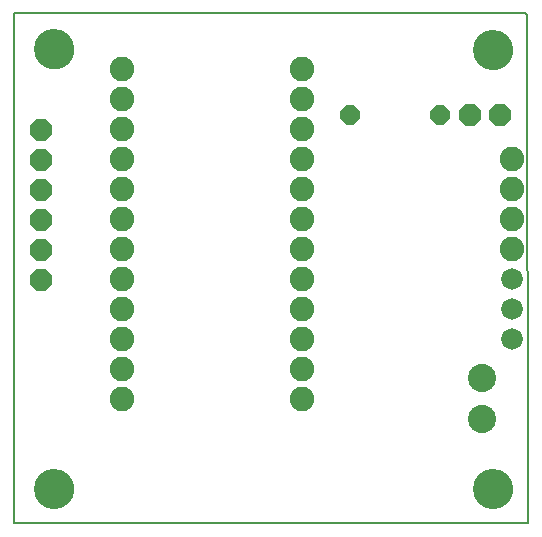
<source format=gbs>
G75*
%MOIN*%
%OFA0B0*%
%FSLAX25Y25*%
%IPPOS*%
%LPD*%
%AMOC8*
5,1,8,0,0,1.08239X$1,22.5*
%
%ADD10C,0.00000*%
%ADD11C,0.13398*%
%ADD12C,0.00600*%
%ADD13C,0.08200*%
%ADD14OC8,0.07400*%
%ADD15OC8,0.06400*%
%ADD16C,0.09400*%
%ADD17OC8,0.07200*%
%ADD18C,0.07200*%
D10*
X0012501Y0016300D02*
X0012503Y0016458D01*
X0012509Y0016616D01*
X0012519Y0016774D01*
X0012533Y0016932D01*
X0012551Y0017089D01*
X0012572Y0017246D01*
X0012598Y0017402D01*
X0012628Y0017558D01*
X0012661Y0017713D01*
X0012699Y0017866D01*
X0012740Y0018019D01*
X0012785Y0018171D01*
X0012834Y0018322D01*
X0012887Y0018471D01*
X0012943Y0018619D01*
X0013003Y0018765D01*
X0013067Y0018910D01*
X0013135Y0019053D01*
X0013206Y0019195D01*
X0013280Y0019335D01*
X0013358Y0019472D01*
X0013440Y0019608D01*
X0013524Y0019742D01*
X0013613Y0019873D01*
X0013704Y0020002D01*
X0013799Y0020129D01*
X0013896Y0020254D01*
X0013997Y0020376D01*
X0014101Y0020495D01*
X0014208Y0020612D01*
X0014318Y0020726D01*
X0014431Y0020837D01*
X0014546Y0020946D01*
X0014664Y0021051D01*
X0014785Y0021153D01*
X0014908Y0021253D01*
X0015034Y0021349D01*
X0015162Y0021442D01*
X0015292Y0021532D01*
X0015425Y0021618D01*
X0015560Y0021702D01*
X0015696Y0021781D01*
X0015835Y0021858D01*
X0015976Y0021930D01*
X0016118Y0022000D01*
X0016262Y0022065D01*
X0016408Y0022127D01*
X0016555Y0022185D01*
X0016704Y0022240D01*
X0016854Y0022291D01*
X0017005Y0022338D01*
X0017157Y0022381D01*
X0017310Y0022420D01*
X0017465Y0022456D01*
X0017620Y0022487D01*
X0017776Y0022515D01*
X0017932Y0022539D01*
X0018089Y0022559D01*
X0018247Y0022575D01*
X0018404Y0022587D01*
X0018563Y0022595D01*
X0018721Y0022599D01*
X0018879Y0022599D01*
X0019037Y0022595D01*
X0019196Y0022587D01*
X0019353Y0022575D01*
X0019511Y0022559D01*
X0019668Y0022539D01*
X0019824Y0022515D01*
X0019980Y0022487D01*
X0020135Y0022456D01*
X0020290Y0022420D01*
X0020443Y0022381D01*
X0020595Y0022338D01*
X0020746Y0022291D01*
X0020896Y0022240D01*
X0021045Y0022185D01*
X0021192Y0022127D01*
X0021338Y0022065D01*
X0021482Y0022000D01*
X0021624Y0021930D01*
X0021765Y0021858D01*
X0021904Y0021781D01*
X0022040Y0021702D01*
X0022175Y0021618D01*
X0022308Y0021532D01*
X0022438Y0021442D01*
X0022566Y0021349D01*
X0022692Y0021253D01*
X0022815Y0021153D01*
X0022936Y0021051D01*
X0023054Y0020946D01*
X0023169Y0020837D01*
X0023282Y0020726D01*
X0023392Y0020612D01*
X0023499Y0020495D01*
X0023603Y0020376D01*
X0023704Y0020254D01*
X0023801Y0020129D01*
X0023896Y0020002D01*
X0023987Y0019873D01*
X0024076Y0019742D01*
X0024160Y0019608D01*
X0024242Y0019472D01*
X0024320Y0019335D01*
X0024394Y0019195D01*
X0024465Y0019053D01*
X0024533Y0018910D01*
X0024597Y0018765D01*
X0024657Y0018619D01*
X0024713Y0018471D01*
X0024766Y0018322D01*
X0024815Y0018171D01*
X0024860Y0018019D01*
X0024901Y0017866D01*
X0024939Y0017713D01*
X0024972Y0017558D01*
X0025002Y0017402D01*
X0025028Y0017246D01*
X0025049Y0017089D01*
X0025067Y0016932D01*
X0025081Y0016774D01*
X0025091Y0016616D01*
X0025097Y0016458D01*
X0025099Y0016300D01*
X0025097Y0016142D01*
X0025091Y0015984D01*
X0025081Y0015826D01*
X0025067Y0015668D01*
X0025049Y0015511D01*
X0025028Y0015354D01*
X0025002Y0015198D01*
X0024972Y0015042D01*
X0024939Y0014887D01*
X0024901Y0014734D01*
X0024860Y0014581D01*
X0024815Y0014429D01*
X0024766Y0014278D01*
X0024713Y0014129D01*
X0024657Y0013981D01*
X0024597Y0013835D01*
X0024533Y0013690D01*
X0024465Y0013547D01*
X0024394Y0013405D01*
X0024320Y0013265D01*
X0024242Y0013128D01*
X0024160Y0012992D01*
X0024076Y0012858D01*
X0023987Y0012727D01*
X0023896Y0012598D01*
X0023801Y0012471D01*
X0023704Y0012346D01*
X0023603Y0012224D01*
X0023499Y0012105D01*
X0023392Y0011988D01*
X0023282Y0011874D01*
X0023169Y0011763D01*
X0023054Y0011654D01*
X0022936Y0011549D01*
X0022815Y0011447D01*
X0022692Y0011347D01*
X0022566Y0011251D01*
X0022438Y0011158D01*
X0022308Y0011068D01*
X0022175Y0010982D01*
X0022040Y0010898D01*
X0021904Y0010819D01*
X0021765Y0010742D01*
X0021624Y0010670D01*
X0021482Y0010600D01*
X0021338Y0010535D01*
X0021192Y0010473D01*
X0021045Y0010415D01*
X0020896Y0010360D01*
X0020746Y0010309D01*
X0020595Y0010262D01*
X0020443Y0010219D01*
X0020290Y0010180D01*
X0020135Y0010144D01*
X0019980Y0010113D01*
X0019824Y0010085D01*
X0019668Y0010061D01*
X0019511Y0010041D01*
X0019353Y0010025D01*
X0019196Y0010013D01*
X0019037Y0010005D01*
X0018879Y0010001D01*
X0018721Y0010001D01*
X0018563Y0010005D01*
X0018404Y0010013D01*
X0018247Y0010025D01*
X0018089Y0010041D01*
X0017932Y0010061D01*
X0017776Y0010085D01*
X0017620Y0010113D01*
X0017465Y0010144D01*
X0017310Y0010180D01*
X0017157Y0010219D01*
X0017005Y0010262D01*
X0016854Y0010309D01*
X0016704Y0010360D01*
X0016555Y0010415D01*
X0016408Y0010473D01*
X0016262Y0010535D01*
X0016118Y0010600D01*
X0015976Y0010670D01*
X0015835Y0010742D01*
X0015696Y0010819D01*
X0015560Y0010898D01*
X0015425Y0010982D01*
X0015292Y0011068D01*
X0015162Y0011158D01*
X0015034Y0011251D01*
X0014908Y0011347D01*
X0014785Y0011447D01*
X0014664Y0011549D01*
X0014546Y0011654D01*
X0014431Y0011763D01*
X0014318Y0011874D01*
X0014208Y0011988D01*
X0014101Y0012105D01*
X0013997Y0012224D01*
X0013896Y0012346D01*
X0013799Y0012471D01*
X0013704Y0012598D01*
X0013613Y0012727D01*
X0013524Y0012858D01*
X0013440Y0012992D01*
X0013358Y0013128D01*
X0013280Y0013265D01*
X0013206Y0013405D01*
X0013135Y0013547D01*
X0013067Y0013690D01*
X0013003Y0013835D01*
X0012943Y0013981D01*
X0012887Y0014129D01*
X0012834Y0014278D01*
X0012785Y0014429D01*
X0012740Y0014581D01*
X0012699Y0014734D01*
X0012661Y0014887D01*
X0012628Y0015042D01*
X0012598Y0015198D01*
X0012572Y0015354D01*
X0012551Y0015511D01*
X0012533Y0015668D01*
X0012519Y0015826D01*
X0012509Y0015984D01*
X0012503Y0016142D01*
X0012501Y0016300D01*
X0012501Y0162800D02*
X0012503Y0162958D01*
X0012509Y0163116D01*
X0012519Y0163274D01*
X0012533Y0163432D01*
X0012551Y0163589D01*
X0012572Y0163746D01*
X0012598Y0163902D01*
X0012628Y0164058D01*
X0012661Y0164213D01*
X0012699Y0164366D01*
X0012740Y0164519D01*
X0012785Y0164671D01*
X0012834Y0164822D01*
X0012887Y0164971D01*
X0012943Y0165119D01*
X0013003Y0165265D01*
X0013067Y0165410D01*
X0013135Y0165553D01*
X0013206Y0165695D01*
X0013280Y0165835D01*
X0013358Y0165972D01*
X0013440Y0166108D01*
X0013524Y0166242D01*
X0013613Y0166373D01*
X0013704Y0166502D01*
X0013799Y0166629D01*
X0013896Y0166754D01*
X0013997Y0166876D01*
X0014101Y0166995D01*
X0014208Y0167112D01*
X0014318Y0167226D01*
X0014431Y0167337D01*
X0014546Y0167446D01*
X0014664Y0167551D01*
X0014785Y0167653D01*
X0014908Y0167753D01*
X0015034Y0167849D01*
X0015162Y0167942D01*
X0015292Y0168032D01*
X0015425Y0168118D01*
X0015560Y0168202D01*
X0015696Y0168281D01*
X0015835Y0168358D01*
X0015976Y0168430D01*
X0016118Y0168500D01*
X0016262Y0168565D01*
X0016408Y0168627D01*
X0016555Y0168685D01*
X0016704Y0168740D01*
X0016854Y0168791D01*
X0017005Y0168838D01*
X0017157Y0168881D01*
X0017310Y0168920D01*
X0017465Y0168956D01*
X0017620Y0168987D01*
X0017776Y0169015D01*
X0017932Y0169039D01*
X0018089Y0169059D01*
X0018247Y0169075D01*
X0018404Y0169087D01*
X0018563Y0169095D01*
X0018721Y0169099D01*
X0018879Y0169099D01*
X0019037Y0169095D01*
X0019196Y0169087D01*
X0019353Y0169075D01*
X0019511Y0169059D01*
X0019668Y0169039D01*
X0019824Y0169015D01*
X0019980Y0168987D01*
X0020135Y0168956D01*
X0020290Y0168920D01*
X0020443Y0168881D01*
X0020595Y0168838D01*
X0020746Y0168791D01*
X0020896Y0168740D01*
X0021045Y0168685D01*
X0021192Y0168627D01*
X0021338Y0168565D01*
X0021482Y0168500D01*
X0021624Y0168430D01*
X0021765Y0168358D01*
X0021904Y0168281D01*
X0022040Y0168202D01*
X0022175Y0168118D01*
X0022308Y0168032D01*
X0022438Y0167942D01*
X0022566Y0167849D01*
X0022692Y0167753D01*
X0022815Y0167653D01*
X0022936Y0167551D01*
X0023054Y0167446D01*
X0023169Y0167337D01*
X0023282Y0167226D01*
X0023392Y0167112D01*
X0023499Y0166995D01*
X0023603Y0166876D01*
X0023704Y0166754D01*
X0023801Y0166629D01*
X0023896Y0166502D01*
X0023987Y0166373D01*
X0024076Y0166242D01*
X0024160Y0166108D01*
X0024242Y0165972D01*
X0024320Y0165835D01*
X0024394Y0165695D01*
X0024465Y0165553D01*
X0024533Y0165410D01*
X0024597Y0165265D01*
X0024657Y0165119D01*
X0024713Y0164971D01*
X0024766Y0164822D01*
X0024815Y0164671D01*
X0024860Y0164519D01*
X0024901Y0164366D01*
X0024939Y0164213D01*
X0024972Y0164058D01*
X0025002Y0163902D01*
X0025028Y0163746D01*
X0025049Y0163589D01*
X0025067Y0163432D01*
X0025081Y0163274D01*
X0025091Y0163116D01*
X0025097Y0162958D01*
X0025099Y0162800D01*
X0025097Y0162642D01*
X0025091Y0162484D01*
X0025081Y0162326D01*
X0025067Y0162168D01*
X0025049Y0162011D01*
X0025028Y0161854D01*
X0025002Y0161698D01*
X0024972Y0161542D01*
X0024939Y0161387D01*
X0024901Y0161234D01*
X0024860Y0161081D01*
X0024815Y0160929D01*
X0024766Y0160778D01*
X0024713Y0160629D01*
X0024657Y0160481D01*
X0024597Y0160335D01*
X0024533Y0160190D01*
X0024465Y0160047D01*
X0024394Y0159905D01*
X0024320Y0159765D01*
X0024242Y0159628D01*
X0024160Y0159492D01*
X0024076Y0159358D01*
X0023987Y0159227D01*
X0023896Y0159098D01*
X0023801Y0158971D01*
X0023704Y0158846D01*
X0023603Y0158724D01*
X0023499Y0158605D01*
X0023392Y0158488D01*
X0023282Y0158374D01*
X0023169Y0158263D01*
X0023054Y0158154D01*
X0022936Y0158049D01*
X0022815Y0157947D01*
X0022692Y0157847D01*
X0022566Y0157751D01*
X0022438Y0157658D01*
X0022308Y0157568D01*
X0022175Y0157482D01*
X0022040Y0157398D01*
X0021904Y0157319D01*
X0021765Y0157242D01*
X0021624Y0157170D01*
X0021482Y0157100D01*
X0021338Y0157035D01*
X0021192Y0156973D01*
X0021045Y0156915D01*
X0020896Y0156860D01*
X0020746Y0156809D01*
X0020595Y0156762D01*
X0020443Y0156719D01*
X0020290Y0156680D01*
X0020135Y0156644D01*
X0019980Y0156613D01*
X0019824Y0156585D01*
X0019668Y0156561D01*
X0019511Y0156541D01*
X0019353Y0156525D01*
X0019196Y0156513D01*
X0019037Y0156505D01*
X0018879Y0156501D01*
X0018721Y0156501D01*
X0018563Y0156505D01*
X0018404Y0156513D01*
X0018247Y0156525D01*
X0018089Y0156541D01*
X0017932Y0156561D01*
X0017776Y0156585D01*
X0017620Y0156613D01*
X0017465Y0156644D01*
X0017310Y0156680D01*
X0017157Y0156719D01*
X0017005Y0156762D01*
X0016854Y0156809D01*
X0016704Y0156860D01*
X0016555Y0156915D01*
X0016408Y0156973D01*
X0016262Y0157035D01*
X0016118Y0157100D01*
X0015976Y0157170D01*
X0015835Y0157242D01*
X0015696Y0157319D01*
X0015560Y0157398D01*
X0015425Y0157482D01*
X0015292Y0157568D01*
X0015162Y0157658D01*
X0015034Y0157751D01*
X0014908Y0157847D01*
X0014785Y0157947D01*
X0014664Y0158049D01*
X0014546Y0158154D01*
X0014431Y0158263D01*
X0014318Y0158374D01*
X0014208Y0158488D01*
X0014101Y0158605D01*
X0013997Y0158724D01*
X0013896Y0158846D01*
X0013799Y0158971D01*
X0013704Y0159098D01*
X0013613Y0159227D01*
X0013524Y0159358D01*
X0013440Y0159492D01*
X0013358Y0159628D01*
X0013280Y0159765D01*
X0013206Y0159905D01*
X0013135Y0160047D01*
X0013067Y0160190D01*
X0013003Y0160335D01*
X0012943Y0160481D01*
X0012887Y0160629D01*
X0012834Y0160778D01*
X0012785Y0160929D01*
X0012740Y0161081D01*
X0012699Y0161234D01*
X0012661Y0161387D01*
X0012628Y0161542D01*
X0012598Y0161698D01*
X0012572Y0161854D01*
X0012551Y0162011D01*
X0012533Y0162168D01*
X0012519Y0162326D01*
X0012509Y0162484D01*
X0012503Y0162642D01*
X0012501Y0162800D01*
X0158751Y0162550D02*
X0158753Y0162708D01*
X0158759Y0162866D01*
X0158769Y0163024D01*
X0158783Y0163182D01*
X0158801Y0163339D01*
X0158822Y0163496D01*
X0158848Y0163652D01*
X0158878Y0163808D01*
X0158911Y0163963D01*
X0158949Y0164116D01*
X0158990Y0164269D01*
X0159035Y0164421D01*
X0159084Y0164572D01*
X0159137Y0164721D01*
X0159193Y0164869D01*
X0159253Y0165015D01*
X0159317Y0165160D01*
X0159385Y0165303D01*
X0159456Y0165445D01*
X0159530Y0165585D01*
X0159608Y0165722D01*
X0159690Y0165858D01*
X0159774Y0165992D01*
X0159863Y0166123D01*
X0159954Y0166252D01*
X0160049Y0166379D01*
X0160146Y0166504D01*
X0160247Y0166626D01*
X0160351Y0166745D01*
X0160458Y0166862D01*
X0160568Y0166976D01*
X0160681Y0167087D01*
X0160796Y0167196D01*
X0160914Y0167301D01*
X0161035Y0167403D01*
X0161158Y0167503D01*
X0161284Y0167599D01*
X0161412Y0167692D01*
X0161542Y0167782D01*
X0161675Y0167868D01*
X0161810Y0167952D01*
X0161946Y0168031D01*
X0162085Y0168108D01*
X0162226Y0168180D01*
X0162368Y0168250D01*
X0162512Y0168315D01*
X0162658Y0168377D01*
X0162805Y0168435D01*
X0162954Y0168490D01*
X0163104Y0168541D01*
X0163255Y0168588D01*
X0163407Y0168631D01*
X0163560Y0168670D01*
X0163715Y0168706D01*
X0163870Y0168737D01*
X0164026Y0168765D01*
X0164182Y0168789D01*
X0164339Y0168809D01*
X0164497Y0168825D01*
X0164654Y0168837D01*
X0164813Y0168845D01*
X0164971Y0168849D01*
X0165129Y0168849D01*
X0165287Y0168845D01*
X0165446Y0168837D01*
X0165603Y0168825D01*
X0165761Y0168809D01*
X0165918Y0168789D01*
X0166074Y0168765D01*
X0166230Y0168737D01*
X0166385Y0168706D01*
X0166540Y0168670D01*
X0166693Y0168631D01*
X0166845Y0168588D01*
X0166996Y0168541D01*
X0167146Y0168490D01*
X0167295Y0168435D01*
X0167442Y0168377D01*
X0167588Y0168315D01*
X0167732Y0168250D01*
X0167874Y0168180D01*
X0168015Y0168108D01*
X0168154Y0168031D01*
X0168290Y0167952D01*
X0168425Y0167868D01*
X0168558Y0167782D01*
X0168688Y0167692D01*
X0168816Y0167599D01*
X0168942Y0167503D01*
X0169065Y0167403D01*
X0169186Y0167301D01*
X0169304Y0167196D01*
X0169419Y0167087D01*
X0169532Y0166976D01*
X0169642Y0166862D01*
X0169749Y0166745D01*
X0169853Y0166626D01*
X0169954Y0166504D01*
X0170051Y0166379D01*
X0170146Y0166252D01*
X0170237Y0166123D01*
X0170326Y0165992D01*
X0170410Y0165858D01*
X0170492Y0165722D01*
X0170570Y0165585D01*
X0170644Y0165445D01*
X0170715Y0165303D01*
X0170783Y0165160D01*
X0170847Y0165015D01*
X0170907Y0164869D01*
X0170963Y0164721D01*
X0171016Y0164572D01*
X0171065Y0164421D01*
X0171110Y0164269D01*
X0171151Y0164116D01*
X0171189Y0163963D01*
X0171222Y0163808D01*
X0171252Y0163652D01*
X0171278Y0163496D01*
X0171299Y0163339D01*
X0171317Y0163182D01*
X0171331Y0163024D01*
X0171341Y0162866D01*
X0171347Y0162708D01*
X0171349Y0162550D01*
X0171347Y0162392D01*
X0171341Y0162234D01*
X0171331Y0162076D01*
X0171317Y0161918D01*
X0171299Y0161761D01*
X0171278Y0161604D01*
X0171252Y0161448D01*
X0171222Y0161292D01*
X0171189Y0161137D01*
X0171151Y0160984D01*
X0171110Y0160831D01*
X0171065Y0160679D01*
X0171016Y0160528D01*
X0170963Y0160379D01*
X0170907Y0160231D01*
X0170847Y0160085D01*
X0170783Y0159940D01*
X0170715Y0159797D01*
X0170644Y0159655D01*
X0170570Y0159515D01*
X0170492Y0159378D01*
X0170410Y0159242D01*
X0170326Y0159108D01*
X0170237Y0158977D01*
X0170146Y0158848D01*
X0170051Y0158721D01*
X0169954Y0158596D01*
X0169853Y0158474D01*
X0169749Y0158355D01*
X0169642Y0158238D01*
X0169532Y0158124D01*
X0169419Y0158013D01*
X0169304Y0157904D01*
X0169186Y0157799D01*
X0169065Y0157697D01*
X0168942Y0157597D01*
X0168816Y0157501D01*
X0168688Y0157408D01*
X0168558Y0157318D01*
X0168425Y0157232D01*
X0168290Y0157148D01*
X0168154Y0157069D01*
X0168015Y0156992D01*
X0167874Y0156920D01*
X0167732Y0156850D01*
X0167588Y0156785D01*
X0167442Y0156723D01*
X0167295Y0156665D01*
X0167146Y0156610D01*
X0166996Y0156559D01*
X0166845Y0156512D01*
X0166693Y0156469D01*
X0166540Y0156430D01*
X0166385Y0156394D01*
X0166230Y0156363D01*
X0166074Y0156335D01*
X0165918Y0156311D01*
X0165761Y0156291D01*
X0165603Y0156275D01*
X0165446Y0156263D01*
X0165287Y0156255D01*
X0165129Y0156251D01*
X0164971Y0156251D01*
X0164813Y0156255D01*
X0164654Y0156263D01*
X0164497Y0156275D01*
X0164339Y0156291D01*
X0164182Y0156311D01*
X0164026Y0156335D01*
X0163870Y0156363D01*
X0163715Y0156394D01*
X0163560Y0156430D01*
X0163407Y0156469D01*
X0163255Y0156512D01*
X0163104Y0156559D01*
X0162954Y0156610D01*
X0162805Y0156665D01*
X0162658Y0156723D01*
X0162512Y0156785D01*
X0162368Y0156850D01*
X0162226Y0156920D01*
X0162085Y0156992D01*
X0161946Y0157069D01*
X0161810Y0157148D01*
X0161675Y0157232D01*
X0161542Y0157318D01*
X0161412Y0157408D01*
X0161284Y0157501D01*
X0161158Y0157597D01*
X0161035Y0157697D01*
X0160914Y0157799D01*
X0160796Y0157904D01*
X0160681Y0158013D01*
X0160568Y0158124D01*
X0160458Y0158238D01*
X0160351Y0158355D01*
X0160247Y0158474D01*
X0160146Y0158596D01*
X0160049Y0158721D01*
X0159954Y0158848D01*
X0159863Y0158977D01*
X0159774Y0159108D01*
X0159690Y0159242D01*
X0159608Y0159378D01*
X0159530Y0159515D01*
X0159456Y0159655D01*
X0159385Y0159797D01*
X0159317Y0159940D01*
X0159253Y0160085D01*
X0159193Y0160231D01*
X0159137Y0160379D01*
X0159084Y0160528D01*
X0159035Y0160679D01*
X0158990Y0160831D01*
X0158949Y0160984D01*
X0158911Y0161137D01*
X0158878Y0161292D01*
X0158848Y0161448D01*
X0158822Y0161604D01*
X0158801Y0161761D01*
X0158783Y0161918D01*
X0158769Y0162076D01*
X0158759Y0162234D01*
X0158753Y0162392D01*
X0158751Y0162550D01*
X0158751Y0016300D02*
X0158753Y0016458D01*
X0158759Y0016616D01*
X0158769Y0016774D01*
X0158783Y0016932D01*
X0158801Y0017089D01*
X0158822Y0017246D01*
X0158848Y0017402D01*
X0158878Y0017558D01*
X0158911Y0017713D01*
X0158949Y0017866D01*
X0158990Y0018019D01*
X0159035Y0018171D01*
X0159084Y0018322D01*
X0159137Y0018471D01*
X0159193Y0018619D01*
X0159253Y0018765D01*
X0159317Y0018910D01*
X0159385Y0019053D01*
X0159456Y0019195D01*
X0159530Y0019335D01*
X0159608Y0019472D01*
X0159690Y0019608D01*
X0159774Y0019742D01*
X0159863Y0019873D01*
X0159954Y0020002D01*
X0160049Y0020129D01*
X0160146Y0020254D01*
X0160247Y0020376D01*
X0160351Y0020495D01*
X0160458Y0020612D01*
X0160568Y0020726D01*
X0160681Y0020837D01*
X0160796Y0020946D01*
X0160914Y0021051D01*
X0161035Y0021153D01*
X0161158Y0021253D01*
X0161284Y0021349D01*
X0161412Y0021442D01*
X0161542Y0021532D01*
X0161675Y0021618D01*
X0161810Y0021702D01*
X0161946Y0021781D01*
X0162085Y0021858D01*
X0162226Y0021930D01*
X0162368Y0022000D01*
X0162512Y0022065D01*
X0162658Y0022127D01*
X0162805Y0022185D01*
X0162954Y0022240D01*
X0163104Y0022291D01*
X0163255Y0022338D01*
X0163407Y0022381D01*
X0163560Y0022420D01*
X0163715Y0022456D01*
X0163870Y0022487D01*
X0164026Y0022515D01*
X0164182Y0022539D01*
X0164339Y0022559D01*
X0164497Y0022575D01*
X0164654Y0022587D01*
X0164813Y0022595D01*
X0164971Y0022599D01*
X0165129Y0022599D01*
X0165287Y0022595D01*
X0165446Y0022587D01*
X0165603Y0022575D01*
X0165761Y0022559D01*
X0165918Y0022539D01*
X0166074Y0022515D01*
X0166230Y0022487D01*
X0166385Y0022456D01*
X0166540Y0022420D01*
X0166693Y0022381D01*
X0166845Y0022338D01*
X0166996Y0022291D01*
X0167146Y0022240D01*
X0167295Y0022185D01*
X0167442Y0022127D01*
X0167588Y0022065D01*
X0167732Y0022000D01*
X0167874Y0021930D01*
X0168015Y0021858D01*
X0168154Y0021781D01*
X0168290Y0021702D01*
X0168425Y0021618D01*
X0168558Y0021532D01*
X0168688Y0021442D01*
X0168816Y0021349D01*
X0168942Y0021253D01*
X0169065Y0021153D01*
X0169186Y0021051D01*
X0169304Y0020946D01*
X0169419Y0020837D01*
X0169532Y0020726D01*
X0169642Y0020612D01*
X0169749Y0020495D01*
X0169853Y0020376D01*
X0169954Y0020254D01*
X0170051Y0020129D01*
X0170146Y0020002D01*
X0170237Y0019873D01*
X0170326Y0019742D01*
X0170410Y0019608D01*
X0170492Y0019472D01*
X0170570Y0019335D01*
X0170644Y0019195D01*
X0170715Y0019053D01*
X0170783Y0018910D01*
X0170847Y0018765D01*
X0170907Y0018619D01*
X0170963Y0018471D01*
X0171016Y0018322D01*
X0171065Y0018171D01*
X0171110Y0018019D01*
X0171151Y0017866D01*
X0171189Y0017713D01*
X0171222Y0017558D01*
X0171252Y0017402D01*
X0171278Y0017246D01*
X0171299Y0017089D01*
X0171317Y0016932D01*
X0171331Y0016774D01*
X0171341Y0016616D01*
X0171347Y0016458D01*
X0171349Y0016300D01*
X0171347Y0016142D01*
X0171341Y0015984D01*
X0171331Y0015826D01*
X0171317Y0015668D01*
X0171299Y0015511D01*
X0171278Y0015354D01*
X0171252Y0015198D01*
X0171222Y0015042D01*
X0171189Y0014887D01*
X0171151Y0014734D01*
X0171110Y0014581D01*
X0171065Y0014429D01*
X0171016Y0014278D01*
X0170963Y0014129D01*
X0170907Y0013981D01*
X0170847Y0013835D01*
X0170783Y0013690D01*
X0170715Y0013547D01*
X0170644Y0013405D01*
X0170570Y0013265D01*
X0170492Y0013128D01*
X0170410Y0012992D01*
X0170326Y0012858D01*
X0170237Y0012727D01*
X0170146Y0012598D01*
X0170051Y0012471D01*
X0169954Y0012346D01*
X0169853Y0012224D01*
X0169749Y0012105D01*
X0169642Y0011988D01*
X0169532Y0011874D01*
X0169419Y0011763D01*
X0169304Y0011654D01*
X0169186Y0011549D01*
X0169065Y0011447D01*
X0168942Y0011347D01*
X0168816Y0011251D01*
X0168688Y0011158D01*
X0168558Y0011068D01*
X0168425Y0010982D01*
X0168290Y0010898D01*
X0168154Y0010819D01*
X0168015Y0010742D01*
X0167874Y0010670D01*
X0167732Y0010600D01*
X0167588Y0010535D01*
X0167442Y0010473D01*
X0167295Y0010415D01*
X0167146Y0010360D01*
X0166996Y0010309D01*
X0166845Y0010262D01*
X0166693Y0010219D01*
X0166540Y0010180D01*
X0166385Y0010144D01*
X0166230Y0010113D01*
X0166074Y0010085D01*
X0165918Y0010061D01*
X0165761Y0010041D01*
X0165603Y0010025D01*
X0165446Y0010013D01*
X0165287Y0010005D01*
X0165129Y0010001D01*
X0164971Y0010001D01*
X0164813Y0010005D01*
X0164654Y0010013D01*
X0164497Y0010025D01*
X0164339Y0010041D01*
X0164182Y0010061D01*
X0164026Y0010085D01*
X0163870Y0010113D01*
X0163715Y0010144D01*
X0163560Y0010180D01*
X0163407Y0010219D01*
X0163255Y0010262D01*
X0163104Y0010309D01*
X0162954Y0010360D01*
X0162805Y0010415D01*
X0162658Y0010473D01*
X0162512Y0010535D01*
X0162368Y0010600D01*
X0162226Y0010670D01*
X0162085Y0010742D01*
X0161946Y0010819D01*
X0161810Y0010898D01*
X0161675Y0010982D01*
X0161542Y0011068D01*
X0161412Y0011158D01*
X0161284Y0011251D01*
X0161158Y0011347D01*
X0161035Y0011447D01*
X0160914Y0011549D01*
X0160796Y0011654D01*
X0160681Y0011763D01*
X0160568Y0011874D01*
X0160458Y0011988D01*
X0160351Y0012105D01*
X0160247Y0012224D01*
X0160146Y0012346D01*
X0160049Y0012471D01*
X0159954Y0012598D01*
X0159863Y0012727D01*
X0159774Y0012858D01*
X0159690Y0012992D01*
X0159608Y0013128D01*
X0159530Y0013265D01*
X0159456Y0013405D01*
X0159385Y0013547D01*
X0159317Y0013690D01*
X0159253Y0013835D01*
X0159193Y0013981D01*
X0159137Y0014129D01*
X0159084Y0014278D01*
X0159035Y0014429D01*
X0158990Y0014581D01*
X0158949Y0014734D01*
X0158911Y0014887D01*
X0158878Y0015042D01*
X0158848Y0015198D01*
X0158822Y0015354D01*
X0158801Y0015511D01*
X0158783Y0015668D01*
X0158769Y0015826D01*
X0158759Y0015984D01*
X0158753Y0016142D01*
X0158751Y0016300D01*
D11*
X0165050Y0016300D03*
X0018800Y0016300D03*
X0018800Y0162800D03*
X0165050Y0162550D03*
D12*
X0005300Y0174800D02*
X0005300Y0004800D01*
X0176800Y0004800D01*
X0176300Y0174300D01*
X0175800Y0174800D01*
X0005300Y0174800D01*
D13*
X0041300Y0156300D03*
X0041300Y0146300D03*
X0041300Y0136300D03*
X0041300Y0126300D03*
X0041300Y0116300D03*
X0041300Y0106300D03*
X0041300Y0096300D03*
X0041300Y0086300D03*
X0041300Y0076300D03*
X0041300Y0066300D03*
X0041300Y0056300D03*
X0041300Y0046300D03*
X0101300Y0046300D03*
X0101300Y0056300D03*
X0101300Y0066300D03*
X0101300Y0076300D03*
X0101300Y0086300D03*
X0101300Y0096300D03*
X0101300Y0106300D03*
X0101300Y0116300D03*
X0101300Y0126300D03*
X0101300Y0136300D03*
X0101300Y0146300D03*
X0101300Y0156300D03*
X0171300Y0126300D03*
X0171300Y0116300D03*
X0171300Y0106300D03*
X0171300Y0096300D03*
D14*
X0167300Y0140800D03*
X0157300Y0140800D03*
D15*
X0147300Y0140800D03*
X0117300Y0140800D03*
D16*
X0161300Y0053387D03*
X0161300Y0039607D03*
D17*
X0014300Y0085800D03*
X0014300Y0095800D03*
X0014300Y0105800D03*
X0014300Y0115800D03*
X0014300Y0125800D03*
X0014300Y0135800D03*
D18*
X0171300Y0086300D03*
X0171300Y0076300D03*
X0171300Y0066300D03*
M02*

</source>
